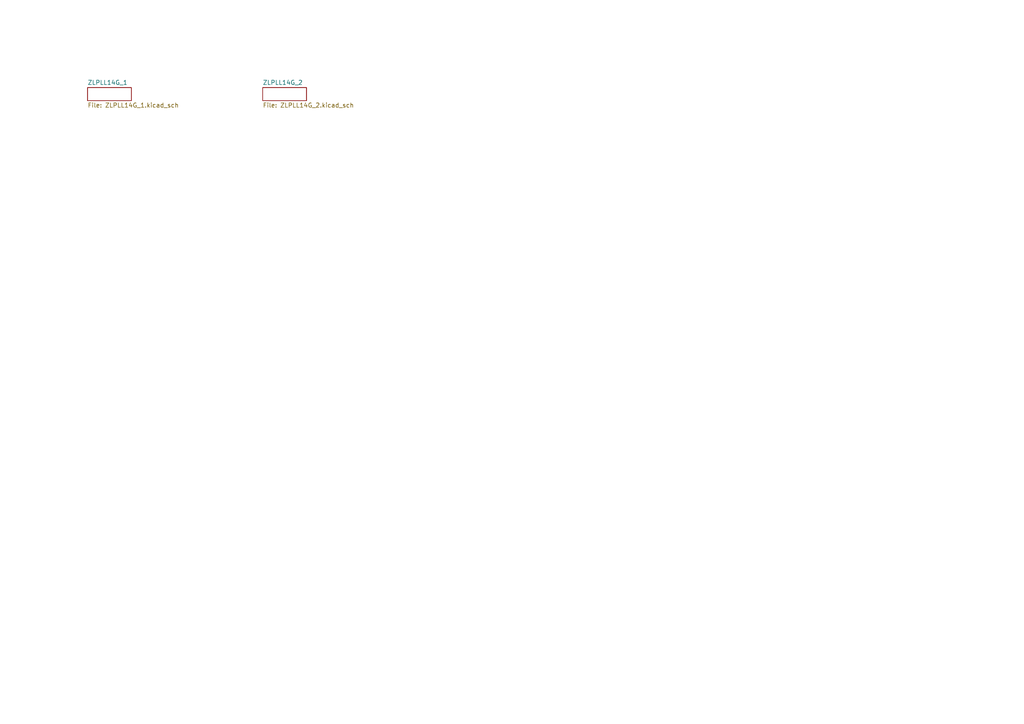
<source format=kicad_sch>
(kicad_sch (version 20230121) (generator eeschema)
  (paper "A4")
  (lib_symbols)
  (sheet (at 76.2 25.4) (size 12.7 3.81)
    (property "Sheetname" "ZLPLL14G_2" (at 76.2 24.6884 0) (effects (justify left bottom)))
    (property "Sheetfile" "ZLPLL14G_2.kicad_sch" (at 76.2 29.7946 0) (effects (justify left top)))
  )
  (sheet (at 25.4 25.4) (size 12.7 3.81)
    (property "Sheetname" "ZLPLL14G_1" (at 25.4 24.6884 0) (effects (justify left bottom)))
    (property "Sheetfile" "ZLPLL14G_1.kicad_sch" (at 25.4 29.7946 0) (effects (justify left top)))
  )
)
</source>
